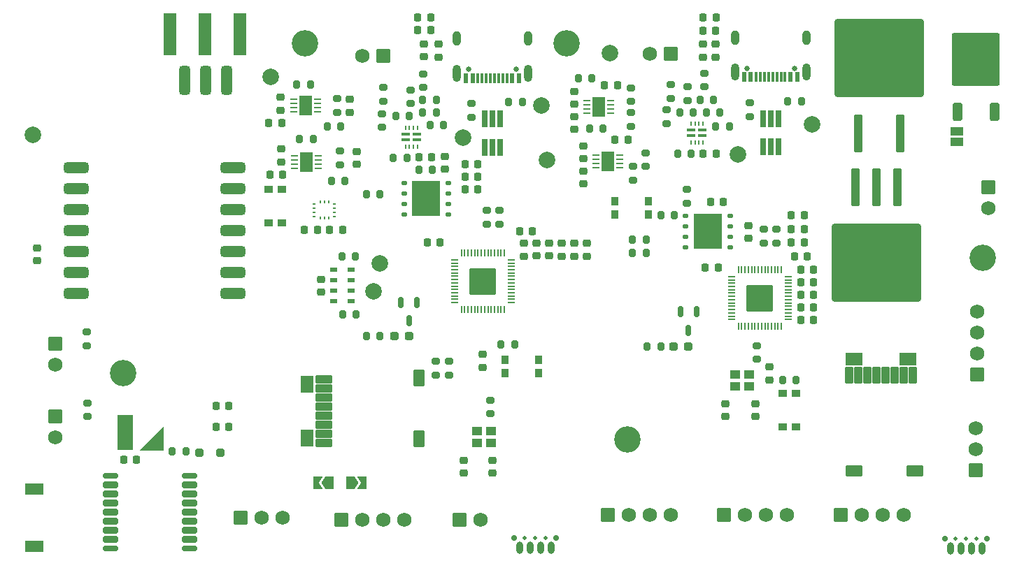
<source format=gbr>
%TF.GenerationSoftware,KiCad,Pcbnew,8.0.0*%
%TF.CreationDate,2024-04-26T21:37:08-04:00*%
%TF.ProjectId,Main board,4d61696e-2062-46f6-9172-642e6b696361,rev?*%
%TF.SameCoordinates,Original*%
%TF.FileFunction,Soldermask,Top*%
%TF.FilePolarity,Negative*%
%FSLAX46Y46*%
G04 Gerber Fmt 4.6, Leading zero omitted, Abs format (unit mm)*
G04 Created by KiCad (PCBNEW 8.0.0) date 2024-04-26 21:37:08*
%MOMM*%
%LPD*%
G01*
G04 APERTURE LIST*
G04 Aperture macros list*
%AMRoundRect*
0 Rectangle with rounded corners*
0 $1 Rounding radius*
0 $2 $3 $4 $5 $6 $7 $8 $9 X,Y pos of 4 corners*
0 Add a 4 corners polygon primitive as box body*
4,1,4,$2,$3,$4,$5,$6,$7,$8,$9,$2,$3,0*
0 Add four circle primitives for the rounded corners*
1,1,$1+$1,$2,$3*
1,1,$1+$1,$4,$5*
1,1,$1+$1,$6,$7*
1,1,$1+$1,$8,$9*
0 Add four rect primitives between the rounded corners*
20,1,$1+$1,$2,$3,$4,$5,0*
20,1,$1+$1,$4,$5,$6,$7,0*
20,1,$1+$1,$6,$7,$8,$9,0*
20,1,$1+$1,$8,$9,$2,$3,0*%
%AMFreePoly0*
4,1,6,1.000000,0.000000,0.500000,-0.750000,-0.500000,-0.750000,-0.500000,0.750000,0.500000,0.750000,1.000000,0.000000,1.000000,0.000000,$1*%
%AMFreePoly1*
4,1,6,0.500000,-0.750000,-0.650000,-0.750000,-0.150000,0.000000,-0.650000,0.750000,0.500000,0.750000,0.500000,-0.750000,0.500000,-0.750000,$1*%
G04 Aperture macros list end*
%ADD10C,0.000100*%
%ADD11RoundRect,0.062500X-0.375000X-0.062500X0.375000X-0.062500X0.375000X0.062500X-0.375000X0.062500X0*%
%ADD12R,1.600000X2.340000*%
%ADD13RoundRect,0.200000X0.275000X-0.200000X0.275000X0.200000X-0.275000X0.200000X-0.275000X-0.200000X0*%
%ADD14RoundRect,0.175000X0.725000X0.175000X-0.725000X0.175000X-0.725000X-0.175000X0.725000X-0.175000X0*%
%ADD15RoundRect,0.200000X0.700000X0.200000X-0.700000X0.200000X-0.700000X-0.200000X0.700000X-0.200000X0*%
%ADD16RoundRect,0.225000X-0.250000X0.225000X-0.250000X-0.225000X0.250000X-0.225000X0.250000X0.225000X0*%
%ADD17RoundRect,0.050000X-0.387500X-0.050000X0.387500X-0.050000X0.387500X0.050000X-0.387500X0.050000X0*%
%ADD18RoundRect,0.050000X-0.050000X-0.387500X0.050000X-0.387500X0.050000X0.387500X-0.050000X0.387500X0*%
%ADD19RoundRect,0.144000X-1.456000X-1.456000X1.456000X-1.456000X1.456000X1.456000X-1.456000X1.456000X0*%
%ADD20C,2.000000*%
%ADD21RoundRect,0.200000X-0.200000X-0.275000X0.200000X-0.275000X0.200000X0.275000X-0.200000X0.275000X0*%
%ADD22RoundRect,0.225000X0.225000X0.250000X-0.225000X0.250000X-0.225000X-0.250000X0.225000X-0.250000X0*%
%ADD23RoundRect,0.225000X0.250000X-0.225000X0.250000X0.225000X-0.250000X0.225000X-0.250000X-0.225000X0*%
%ADD24RoundRect,0.250000X-0.620000X-0.620000X0.620000X-0.620000X0.620000X0.620000X-0.620000X0.620000X0*%
%ADD25C,1.740000*%
%ADD26FreePoly0,180.000000*%
%ADD27FreePoly1,180.000000*%
%ADD28RoundRect,0.225000X-0.225000X-0.250000X0.225000X-0.250000X0.225000X0.250000X-0.225000X0.250000X0*%
%ADD29C,3.200000*%
%ADD30R,0.381000X0.203200*%
%ADD31R,0.203200X0.381000*%
%ADD32RoundRect,0.200000X-0.275000X0.200000X-0.275000X-0.200000X0.275000X-0.200000X0.275000X0.200000X0*%
%ADD33RoundRect,0.200000X0.200000X0.275000X-0.200000X0.275000X-0.200000X-0.275000X0.200000X-0.275000X0*%
%ADD34RoundRect,0.250000X0.620000X0.620000X-0.620000X0.620000X-0.620000X-0.620000X0.620000X-0.620000X0*%
%ADD35R,0.950000X0.550000*%
%ADD36C,0.700000*%
%ADD37C,0.500000*%
%ADD38O,0.800000X1.500000*%
%ADD39C,0.650000*%
%ADD40R,0.600000X1.150000*%
%ADD41R,0.300000X1.150000*%
%ADD42O,1.000000X2.100000*%
%ADD43O,1.000000X1.800000*%
%ADD44FreePoly0,0.000000*%
%ADD45FreePoly1,0.000000*%
%ADD46R,0.650000X2.000000*%
%ADD47RoundRect,0.250000X-0.300000X2.050000X-0.300000X-2.050000X0.300000X-2.050000X0.300000X2.050000X0*%
%ADD48RoundRect,0.250002X-5.149998X4.449998X-5.149998X-4.449998X5.149998X-4.449998X5.149998X4.449998X0*%
%ADD49RoundRect,0.150000X-0.150000X0.512500X-0.150000X-0.512500X0.150000X-0.512500X0.150000X0.512500X0*%
%ADD50RoundRect,0.250000X-0.620000X0.620000X-0.620000X-0.620000X0.620000X-0.620000X0.620000X0.620000X0*%
%ADD51RoundRect,0.322500X-1.177500X-0.322500X1.177500X-0.322500X1.177500X0.322500X-1.177500X0.322500X0*%
%ADD52RoundRect,0.325000X-1.175000X-0.325000X1.175000X-0.325000X1.175000X0.325000X-1.175000X0.325000X0*%
%ADD53RoundRect,0.325000X0.325000X-1.425000X0.325000X1.425000X-0.325000X1.425000X-0.325000X-1.425000X0*%
%ADD54RoundRect,0.237500X0.287500X0.237500X-0.287500X0.237500X-0.287500X-0.237500X0.287500X-0.237500X0*%
%ADD55RoundRect,0.250000X0.350000X-0.850000X0.350000X0.850000X-0.350000X0.850000X-0.350000X-0.850000X0*%
%ADD56RoundRect,0.249997X2.650003X-2.950003X2.650003X2.950003X-2.650003X2.950003X-2.650003X-2.950003X0*%
%ADD57R,1.000000X0.900000*%
%ADD58R,1.500000X5.080000*%
%ADD59RoundRect,0.102000X-0.900000X-0.400000X0.900000X-0.400000X0.900000X0.400000X-0.900000X0.400000X0*%
%ADD60RoundRect,0.102000X-0.700000X-0.900000X0.700000X-0.900000X0.700000X0.900000X-0.700000X0.900000X0*%
%ADD61RoundRect,0.102000X-0.600000X-0.900000X0.600000X-0.900000X0.600000X0.900000X-0.600000X0.900000X0*%
%ADD62R,1.500000X1.000000*%
%ADD63RoundRect,0.125000X-0.250000X-0.125000X0.250000X-0.125000X0.250000X0.125000X-0.250000X0.125000X0*%
%ADD64R,3.400000X4.300000*%
%ADD65R,1.150000X1.000000*%
%ADD66R,1.050000X0.399999*%
%ADD67R,0.200000X0.599999*%
%ADD68RoundRect,0.250000X0.620000X-0.620000X0.620000X0.620000X-0.620000X0.620000X-0.620000X-0.620000X0*%
%ADD69RoundRect,0.250000X0.300000X-2.050000X0.300000X2.050000X-0.300000X2.050000X-0.300000X-2.050000X0*%
%ADD70RoundRect,0.250002X5.149998X-4.449998X5.149998X4.449998X-5.149998X4.449998X-5.149998X-4.449998X0*%
%ADD71R,0.900000X1.000000*%
%ADD72RoundRect,0.250000X-0.250000X-0.250000X0.250000X-0.250000X0.250000X0.250000X-0.250000X0.250000X0*%
%ADD73RoundRect,0.102000X-0.400000X0.900000X-0.400000X-0.900000X0.400000X-0.900000X0.400000X0.900000X0*%
%ADD74RoundRect,0.102000X-0.900000X0.700000X-0.900000X-0.700000X0.900000X-0.700000X0.900000X0.700000X0*%
%ADD75RoundRect,0.102000X-0.900000X0.600000X-0.900000X-0.600000X0.900000X-0.600000X0.900000X0.600000X0*%
%ADD76RoundRect,0.102000X-0.850000X2.050000X-0.850000X-2.050000X0.850000X-2.050000X0.850000X2.050000X0*%
%ADD77R,2.259800X1.362800*%
G04 APERTURE END LIST*
D10*
%TO.C,BT1*%
X74852000Y-106290000D02*
X72052000Y-106290000D01*
X74852000Y-103490000D01*
X74852000Y-106290000D01*
G36*
X74852000Y-106290000D02*
G01*
X72052000Y-106290000D01*
X74852000Y-103490000D01*
X74852000Y-106290000D01*
G37*
%TD*%
D11*
%TO.C,U13*%
X127247500Y-70554999D03*
X127247500Y-71054999D03*
X127247500Y-71554999D03*
X127247500Y-72054999D03*
X130122500Y-72054999D03*
X130122500Y-71554999D03*
X130122500Y-71054999D03*
X130122500Y-70554999D03*
D12*
X128685000Y-71304999D03*
%TD*%
D13*
%TO.C,R17*%
X146685000Y-95313000D03*
X146685000Y-93663000D03*
%TD*%
D14*
%TO.C,U10*%
X78000000Y-118192000D03*
D15*
X78000000Y-117092000D03*
X78000000Y-115992000D03*
X78000000Y-114892000D03*
X78000000Y-113792000D03*
X78000000Y-112692000D03*
X78000000Y-111592000D03*
X78000000Y-110492000D03*
D14*
X78000000Y-109392000D03*
X68500000Y-109392000D03*
D15*
X68500000Y-110492000D03*
X68500000Y-111592000D03*
X68500000Y-112692000D03*
X68500000Y-113792000D03*
X68500000Y-114892000D03*
X68500000Y-115992000D03*
X68500000Y-117092000D03*
D14*
X68500000Y-118192000D03*
%TD*%
D11*
%TO.C,U12*%
X126079500Y-63944999D03*
X126079500Y-64444999D03*
X126079500Y-64944999D03*
X126079500Y-65444999D03*
X128954500Y-65444999D03*
X128954500Y-64944999D03*
X128954500Y-64444999D03*
X128954500Y-63944999D03*
D12*
X127517000Y-64694999D03*
%TD*%
D16*
%TO.C,C46*%
X98250000Y-70113000D03*
X98250000Y-71663000D03*
%TD*%
D17*
%TO.C,U7*%
X143631000Y-85281500D03*
X143631000Y-85681500D03*
X143631000Y-86081500D03*
X143631000Y-86481500D03*
X143631000Y-86881500D03*
X143631000Y-87281500D03*
X143631000Y-87681500D03*
X143631000Y-88081500D03*
X143631000Y-88481500D03*
X143631000Y-88881500D03*
X143631000Y-89281500D03*
X143631000Y-89681500D03*
X143631000Y-90081500D03*
X143631000Y-90481500D03*
D18*
X144468500Y-91319000D03*
X144868500Y-91319000D03*
X145268500Y-91319000D03*
X145668500Y-91319000D03*
X146068500Y-91319000D03*
X146468500Y-91319000D03*
X146868500Y-91319000D03*
X147268500Y-91319000D03*
X147668500Y-91319000D03*
X148068500Y-91319000D03*
X148468500Y-91319000D03*
X148868500Y-91319000D03*
X149268500Y-91319000D03*
X149668500Y-91319000D03*
D17*
X150506000Y-90481500D03*
X150506000Y-90081500D03*
X150506000Y-89681500D03*
X150506000Y-89281500D03*
X150506000Y-88881500D03*
X150506000Y-88481500D03*
X150506000Y-88081500D03*
X150506000Y-87681500D03*
X150506000Y-87281500D03*
X150506000Y-86881500D03*
X150506000Y-86481500D03*
X150506000Y-86081500D03*
X150506000Y-85681500D03*
X150506000Y-85281500D03*
D18*
X149668500Y-84444000D03*
X149268500Y-84444000D03*
X148868500Y-84444000D03*
X148468500Y-84444000D03*
X148068500Y-84444000D03*
X147668500Y-84444000D03*
X147268500Y-84444000D03*
X146868500Y-84444000D03*
X146468500Y-84444000D03*
X146068500Y-84444000D03*
X145668500Y-84444000D03*
X145268500Y-84444000D03*
X144868500Y-84444000D03*
X144468500Y-84444000D03*
D19*
X147068500Y-87881500D03*
%TD*%
D20*
%TO.C,TP5*%
X87884000Y-61087000D03*
%TD*%
D21*
%TO.C,R10*%
X96457000Y-82804000D03*
X98107000Y-82804000D03*
%TD*%
D16*
%TO.C,C49*%
X124587000Y-62852000D03*
X124587000Y-64402000D03*
%TD*%
D22*
%TO.C,C47*%
X89294000Y-72948000D03*
X87744000Y-72948000D03*
%TD*%
D23*
%TO.C,C51*%
X124596000Y-67450000D03*
X124596000Y-65900000D03*
%TD*%
D11*
%TO.C,U5*%
X90637500Y-63816000D03*
X90637500Y-64316000D03*
X90637500Y-64816000D03*
X90637500Y-65316000D03*
X93512500Y-65316000D03*
X93512500Y-64816000D03*
X93512500Y-64316000D03*
X93512500Y-63816000D03*
D12*
X92075000Y-64566000D03*
%TD*%
D24*
%TO.C,J18*%
X84210000Y-114500000D03*
D25*
X86750000Y-114500000D03*
X89290000Y-114500000D03*
%TD*%
D26*
%TO.C,JP4*%
X95000000Y-110250000D03*
D27*
X93550000Y-110250000D03*
%TD*%
D28*
%TO.C,C27*%
X151993000Y-90551000D03*
X153543000Y-90551000D03*
%TD*%
D29*
%TO.C,REF\u002A\u002A*%
X123698000Y-57000000D03*
X123698000Y-57000000D03*
%TD*%
D21*
%TO.C,R59*%
X139808000Y-63881000D03*
X141458000Y-63881000D03*
%TD*%
D28*
%TO.C,C31*%
X152021000Y-84455000D03*
X153571000Y-84455000D03*
%TD*%
D30*
%TO.C,U4*%
X93135000Y-76477999D03*
X93135000Y-76978000D03*
X93135000Y-77478000D03*
X93135000Y-77978001D03*
D31*
X93841501Y-78180500D03*
X94341500Y-78180500D03*
X94841499Y-78180500D03*
D30*
X95548000Y-77978001D03*
X95548000Y-77478000D03*
X95548000Y-76978000D03*
X95548000Y-76477999D03*
D31*
X94841499Y-76275500D03*
X94341500Y-76275500D03*
X93841501Y-76275500D03*
%TD*%
D32*
%TO.C,R13*%
X109474000Y-95568000D03*
X109474000Y-97218000D03*
%TD*%
D28*
%TO.C,C5*%
X111353000Y-74676000D03*
X112903000Y-74676000D03*
%TD*%
D33*
%TO.C,R52*%
X108775000Y-66929000D03*
X107125000Y-66929000D03*
%TD*%
D28*
%TO.C,C24*%
X150863000Y-77851000D03*
X152413000Y-77851000D03*
%TD*%
D13*
%TO.C,R55*%
X135763000Y-66738000D03*
X135763000Y-65088000D03*
%TD*%
D34*
%TO.C,J16*%
X136259500Y-58293000D03*
D25*
X133719500Y-58293000D03*
%TD*%
D21*
%TO.C,R8*%
X116648000Y-64135000D03*
X118298000Y-64135000D03*
%TD*%
D23*
%TO.C,C7*%
X121539000Y-82776000D03*
X121539000Y-81226000D03*
%TD*%
D35*
%TO.C,U3*%
X95445000Y-84475000D03*
X95445000Y-85725000D03*
X95445000Y-86975000D03*
X95445000Y-88225000D03*
X97595000Y-88225000D03*
X97595000Y-86975000D03*
X97595000Y-85725000D03*
X97595000Y-84475000D03*
%TD*%
D16*
%TO.C,C19*%
X89027000Y-63565000D03*
X89027000Y-65115000D03*
%TD*%
D24*
%TO.C,J5*%
X156845000Y-114185000D03*
D25*
X159385000Y-114185000D03*
X161925000Y-114185000D03*
X164465000Y-114185000D03*
%TD*%
D29*
%TO.C,REF\u002A\u002A*%
X92000000Y-57000000D03*
X92000000Y-57000000D03*
%TD*%
D17*
%TO.C,U1*%
X110105500Y-83247000D03*
X110105500Y-83647000D03*
X110105500Y-84047000D03*
X110105500Y-84447000D03*
X110105500Y-84847000D03*
X110105500Y-85247000D03*
X110105500Y-85647000D03*
X110105500Y-86047000D03*
X110105500Y-86447000D03*
X110105500Y-86847000D03*
X110105500Y-87247000D03*
X110105500Y-87647000D03*
X110105500Y-88047000D03*
X110105500Y-88447000D03*
D18*
X110943000Y-89284500D03*
X111343000Y-89284500D03*
X111743000Y-89284500D03*
X112143000Y-89284500D03*
X112543000Y-89284500D03*
X112943000Y-89284500D03*
X113343000Y-89284500D03*
X113743000Y-89284500D03*
X114143000Y-89284500D03*
X114543000Y-89284500D03*
X114943000Y-89284500D03*
X115343000Y-89284500D03*
X115743000Y-89284500D03*
X116143000Y-89284500D03*
D17*
X116980500Y-88447000D03*
X116980500Y-88047000D03*
X116980500Y-87647000D03*
X116980500Y-87247000D03*
X116980500Y-86847000D03*
X116980500Y-86447000D03*
X116980500Y-86047000D03*
X116980500Y-85647000D03*
X116980500Y-85247000D03*
X116980500Y-84847000D03*
X116980500Y-84447000D03*
X116980500Y-84047000D03*
X116980500Y-83647000D03*
X116980500Y-83247000D03*
D18*
X116143000Y-82409500D03*
X115743000Y-82409500D03*
X115343000Y-82409500D03*
X114943000Y-82409500D03*
X114543000Y-82409500D03*
X114143000Y-82409500D03*
X113743000Y-82409500D03*
X113343000Y-82409500D03*
X112943000Y-82409500D03*
X112543000Y-82409500D03*
X112143000Y-82409500D03*
X111743000Y-82409500D03*
X111343000Y-82409500D03*
X110943000Y-82409500D03*
D19*
X113543000Y-85847000D03*
%TD*%
D21*
%TO.C,R53*%
X106236000Y-65405000D03*
X107886000Y-65405000D03*
%TD*%
D13*
%TO.C,R37*%
X95885000Y-65391000D03*
X95885000Y-63741000D03*
%TD*%
D22*
%TO.C,C55*%
X107353400Y-70815200D03*
X105803400Y-70815200D03*
%TD*%
D36*
%TO.C,J1*%
X117348000Y-116967000D03*
D37*
X118618000Y-116967000D03*
X119888000Y-116967000D03*
X121158000Y-116967000D03*
D36*
X122428000Y-116967000D03*
D38*
X121793000Y-118122000D03*
X120523000Y-118122000D03*
X119253000Y-118122000D03*
X117983000Y-118122000D03*
%TD*%
D32*
%TO.C,R56*%
X136271000Y-62040000D03*
X136271000Y-63690000D03*
%TD*%
D16*
%TO.C,C16*%
X93921000Y-85593000D03*
X93921000Y-87143000D03*
%TD*%
D39*
%TO.C,J12*%
X151258000Y-60028999D03*
X145478000Y-60028999D03*
D40*
X151568000Y-61103999D03*
X150768000Y-61103999D03*
D41*
X149618000Y-61103999D03*
X148618000Y-61103999D03*
X148118000Y-61103999D03*
X147118000Y-61103999D03*
D40*
X145968000Y-61103999D03*
X145168000Y-61103999D03*
X145168000Y-61103999D03*
X145968000Y-61103999D03*
D41*
X146618000Y-61103999D03*
X147618000Y-61103999D03*
X149118000Y-61103999D03*
X150118000Y-61103999D03*
D40*
X150768000Y-61103999D03*
X151568000Y-61103999D03*
D42*
X152688000Y-60528999D03*
D43*
X152688000Y-56348999D03*
D42*
X144048000Y-60528999D03*
D43*
X144048000Y-56348999D03*
%TD*%
D44*
%TO.C,JP3*%
X97500000Y-110250000D03*
D45*
X98950000Y-110250000D03*
%TD*%
D22*
%TO.C,C29*%
X141999000Y-84201000D03*
X140449000Y-84201000D03*
%TD*%
%TO.C,C48*%
X89167000Y-66675000D03*
X87617000Y-66675000D03*
%TD*%
D46*
%TO.C,D5*%
X147418000Y-69547999D03*
X148368000Y-69547999D03*
X149318000Y-69547999D03*
X149318000Y-66127999D03*
X148368000Y-66127999D03*
X147418000Y-66127999D03*
%TD*%
D32*
%TO.C,R9*%
X112141000Y-64326000D03*
X112141000Y-65976000D03*
%TD*%
D21*
%TO.C,R15*%
X131636000Y-80772000D03*
X133286000Y-80772000D03*
%TD*%
D23*
%TO.C,C52*%
X125730000Y-74054000D03*
X125730000Y-72504000D03*
%TD*%
D47*
%TO.C,LM1084-ADJ1*%
X163703000Y-74422000D03*
X161163000Y-74422000D03*
D48*
X161163000Y-83572000D03*
D47*
X158623000Y-74422000D03*
%TD*%
D49*
%TO.C,Q1*%
X105532000Y-88392000D03*
X103632000Y-88392000D03*
X104582000Y-90667000D03*
%TD*%
D28*
%TO.C,C11*%
X117970000Y-79756000D03*
X119520000Y-79756000D03*
%TD*%
D20*
%TO.C,TP2*%
X111125000Y-68453000D03*
%TD*%
D23*
%TO.C,C41*%
X140208000Y-58687000D03*
X140208000Y-57137000D03*
%TD*%
D21*
%TO.C,R7*%
X99425000Y-92500000D03*
X101075000Y-92500000D03*
%TD*%
D32*
%TO.C,R22*%
X138212500Y-74740000D03*
X138212500Y-76390000D03*
%TD*%
D22*
%TO.C,C57*%
X71625000Y-107442000D03*
X70075000Y-107442000D03*
%TD*%
D50*
%TO.C,J6*%
X61750000Y-93460000D03*
D25*
X61750000Y-96000000D03*
%TD*%
D20*
%TO.C,TP8*%
X128905000Y-58166000D03*
%TD*%
D51*
%TO.C,U6*%
X64312000Y-72073000D03*
D52*
X64312000Y-74618000D03*
X64312000Y-77158000D03*
X64312000Y-79698000D03*
X64312000Y-82238000D03*
X64312000Y-84778000D03*
X64312000Y-87318000D03*
X83312000Y-87318000D03*
X83312000Y-84778000D03*
X83312000Y-82238000D03*
X83312000Y-79698000D03*
X83312000Y-77158000D03*
X83312000Y-74618000D03*
D51*
X83312000Y-72073000D03*
D53*
X82482000Y-61468000D03*
X79942000Y-61468000D03*
X77402000Y-61468000D03*
%TD*%
D13*
%TO.C,R40*%
X131445000Y-67084999D03*
X131445000Y-65434999D03*
%TD*%
D54*
%TO.C,D1*%
X104580000Y-92500000D03*
X102830000Y-92500000D03*
%TD*%
D32*
%TO.C,R54*%
X138303000Y-62294000D03*
X138303000Y-63944000D03*
%TD*%
D28*
%TO.C,C3*%
X111353000Y-71628000D03*
X112903000Y-71628000D03*
%TD*%
D33*
%TO.C,R6*%
X107417000Y-72322000D03*
X105767000Y-72322000D03*
%TD*%
D21*
%TO.C,R33*%
X91358000Y-68630000D03*
X93008000Y-68630000D03*
%TD*%
D23*
%TO.C,C13*%
X108966000Y-72263000D03*
X108966000Y-70713000D03*
%TD*%
%TO.C,C22*%
X142875000Y-102261000D03*
X142875000Y-100711000D03*
%TD*%
D55*
%TO.C,MOSFET2*%
X170954000Y-65278000D03*
D56*
X173234000Y-58978000D03*
D55*
X175514000Y-65278000D03*
%TD*%
D33*
%TO.C,R49*%
X104330000Y-70866000D03*
X102680000Y-70866000D03*
%TD*%
D23*
%TO.C,C9*%
X124587000Y-82804000D03*
X124587000Y-81254000D03*
%TD*%
D13*
%TO.C,R1*%
X114427000Y-101917000D03*
X114427000Y-100267000D03*
%TD*%
D20*
%TO.C,TP7*%
X121285000Y-71120000D03*
%TD*%
D32*
%TO.C,R60*%
X140335000Y-60643000D03*
X140335000Y-62293000D03*
%TD*%
D28*
%TO.C,C32*%
X151257000Y-82804000D03*
X152807000Y-82804000D03*
%TD*%
D57*
%TO.C,B3*%
X151422000Y-99423000D03*
X151422000Y-103523000D03*
X149822000Y-99423000D03*
X149822000Y-103523000D03*
%TD*%
D16*
%TO.C,C45*%
X97409000Y-63819000D03*
X97409000Y-65369000D03*
%TD*%
%TO.C,C30*%
X148209000Y-96253000D03*
X148209000Y-97803000D03*
%TD*%
D21*
%TO.C,R38*%
X125095000Y-61214000D03*
X126745000Y-61214000D03*
%TD*%
D33*
%TO.C,R57*%
X138747000Y-70374999D03*
X137097000Y-70374999D03*
%TD*%
D20*
%TO.C,TP1*%
X120650000Y-64516000D03*
%TD*%
D13*
%TO.C,R3*%
X114046000Y-78930000D03*
X114046000Y-77280000D03*
%TD*%
D29*
%TO.C,REF\u002A\u002A*%
X131000000Y-105000000D03*
X131000000Y-105000000D03*
%TD*%
D20*
%TO.C,TP6*%
X59035500Y-68107500D03*
%TD*%
D34*
%TO.C,J14*%
X101473000Y-58547000D03*
D25*
X98933000Y-58547000D03*
%TD*%
D58*
%TO.C,J8*%
X79883000Y-55908500D03*
X75633000Y-55908500D03*
X84133000Y-55908500D03*
%TD*%
D20*
%TO.C,TP4*%
X144399000Y-70485000D03*
%TD*%
D28*
%TO.C,C43*%
X140195000Y-53848000D03*
X141745000Y-53848000D03*
%TD*%
D22*
%TO.C,C14*%
X108344000Y-81153000D03*
X106794000Y-81153000D03*
%TD*%
D28*
%TO.C,C40*%
X105651000Y-55372000D03*
X107201000Y-55372000D03*
%TD*%
D22*
%TO.C,C54*%
X131077000Y-68707000D03*
X129527000Y-68707000D03*
%TD*%
D32*
%TO.C,R44*%
X65687000Y-100621000D03*
X65687000Y-102271000D03*
%TD*%
D36*
%TO.C,J9*%
X169494200Y-117056600D03*
D37*
X170764200Y-117056600D03*
X172034200Y-117056600D03*
X173304200Y-117056600D03*
D36*
X174574200Y-117056600D03*
D38*
X173939200Y-118211600D03*
X172669200Y-118211600D03*
X171399200Y-118211600D03*
X170129200Y-118211600D03*
%TD*%
D23*
%TO.C,C21*%
X59568500Y-83338500D03*
X59568500Y-81788500D03*
%TD*%
D29*
%TO.C,REF\u002A\u002A*%
X70000000Y-97000000D03*
X70000000Y-97000000D03*
%TD*%
D32*
%TO.C,R31*%
X145828000Y-64220999D03*
X145828000Y-65870999D03*
%TD*%
%TO.C,R63*%
X65560000Y-92002000D03*
X65560000Y-93652000D03*
%TD*%
D33*
%TO.C,R58*%
X139001000Y-65421999D03*
X137351000Y-65421999D03*
%TD*%
D59*
%TO.C,J19*%
X94250000Y-105450000D03*
X94250000Y-104350000D03*
X94250000Y-103250000D03*
X94250000Y-102150000D03*
X94250000Y-101050000D03*
X94250000Y-99950000D03*
X94250000Y-98850000D03*
X94250000Y-97750000D03*
D60*
X92250000Y-98350000D03*
X92250000Y-104850000D03*
D61*
X105800000Y-97550000D03*
X105800000Y-104900000D03*
%TD*%
D62*
%TO.C,JP2*%
X170942000Y-68976000D03*
X170942000Y-67676000D03*
%TD*%
D20*
%TO.C,TP9*%
X100330000Y-87082000D03*
%TD*%
D39*
%TO.C,J2*%
X117571000Y-60136000D03*
X111791000Y-60136000D03*
D40*
X117881000Y-61211000D03*
X117081000Y-61211000D03*
D41*
X115931000Y-61211000D03*
X114931000Y-61211000D03*
X114431000Y-61211000D03*
X113431000Y-61211000D03*
D40*
X112281000Y-61211000D03*
X111481000Y-61211000D03*
X111481000Y-61211000D03*
X112281000Y-61211000D03*
D41*
X112931000Y-61211000D03*
X113931000Y-61211000D03*
X115431000Y-61211000D03*
X116431000Y-61211000D03*
D40*
X117081000Y-61211000D03*
X117881000Y-61211000D03*
D42*
X119001000Y-60636000D03*
D43*
X119001000Y-56456000D03*
D42*
X110361000Y-60636000D03*
D43*
X110361000Y-56456000D03*
%TD*%
D32*
%TO.C,R47*%
X104775000Y-62675000D03*
X104775000Y-64325000D03*
%TD*%
D23*
%TO.C,C10*%
X118491000Y-82805000D03*
X118491000Y-81255000D03*
%TD*%
D63*
%TO.C,U8*%
X138052500Y-77916500D03*
X138052500Y-79186500D03*
X138052500Y-80456500D03*
X138052500Y-81726500D03*
X143452500Y-81726500D03*
X143452500Y-80456500D03*
X143452500Y-79186500D03*
X143452500Y-77916500D03*
D64*
X140752500Y-79821500D03*
%TD*%
D32*
%TO.C,R50*%
X106299000Y-60707000D03*
X106299000Y-62357000D03*
%TD*%
D28*
%TO.C,C17*%
X94983000Y-79629000D03*
X96533000Y-79629000D03*
%TD*%
D22*
%TO.C,C58*%
X82800000Y-103500000D03*
X81250000Y-103500000D03*
%TD*%
D13*
%TO.C,R43*%
X131445000Y-64071000D03*
X131445000Y-62421000D03*
%TD*%
D28*
%TO.C,C35*%
X151993000Y-87503000D03*
X153543000Y-87503000D03*
%TD*%
D57*
%TO.C,B2*%
X87630000Y-78776000D03*
X87630000Y-74676000D03*
X89230000Y-78776000D03*
X89230000Y-74676000D03*
%TD*%
D23*
%TO.C,C38*%
X108174000Y-58674000D03*
X108174000Y-57124000D03*
%TD*%
D65*
%TO.C,Y1*%
X145796000Y-97152000D03*
X144046000Y-97152000D03*
X144046000Y-98552000D03*
X145796000Y-98552000D03*
%TD*%
D13*
%TO.C,R19*%
X147574000Y-81211500D03*
X147574000Y-79561500D03*
%TD*%
D28*
%TO.C,C36*%
X151993000Y-89027000D03*
X153543000Y-89027000D03*
%TD*%
D66*
%TO.C,U14*%
X105577000Y-68707000D03*
X105577000Y-68007001D03*
D67*
X105652001Y-67232002D03*
X105152000Y-67232002D03*
X104652000Y-67232002D03*
X104151999Y-67232002D03*
D66*
X104227000Y-68007001D03*
X104227000Y-68707000D03*
D67*
X104151999Y-69532000D03*
X104652000Y-69532000D03*
X105152000Y-69532000D03*
X105652001Y-69532000D03*
%TD*%
D33*
%TO.C,R36*%
X96329000Y-67056000D03*
X94679000Y-67056000D03*
%TD*%
D68*
%TO.C,J10*%
X173228000Y-108712000D03*
D25*
X173228000Y-106172000D03*
X173228000Y-103632000D03*
%TD*%
D33*
%TO.C,R2*%
X117395000Y-93510000D03*
X115745000Y-93510000D03*
%TD*%
D50*
%TO.C,J11*%
X174740000Y-74422000D03*
D25*
X174740000Y-76962000D03*
%TD*%
D69*
%TO.C,0.3_Ohm_Resistor1*%
X159004000Y-67939000D03*
X164084000Y-67939000D03*
D70*
X161544000Y-58789000D03*
%TD*%
D20*
%TO.C,TP10*%
X101092000Y-83653000D03*
%TD*%
D13*
%TO.C,R46*%
X101346000Y-67183000D03*
X101346000Y-65533000D03*
%TD*%
D32*
%TO.C,R48*%
X101473000Y-62357000D03*
X101473000Y-64007000D03*
%TD*%
D23*
%TO.C,C37*%
X106426000Y-58661000D03*
X106426000Y-57111000D03*
%TD*%
D21*
%TO.C,R51*%
X106236000Y-63881000D03*
X107886000Y-63881000D03*
%TD*%
D13*
%TO.C,R42*%
X133223000Y-71945000D03*
X133223000Y-70295000D03*
%TD*%
D23*
%TO.C,C23*%
X146558000Y-102261000D03*
X146558000Y-100711000D03*
%TD*%
D11*
%TO.C,U11*%
X90745500Y-70674000D03*
X90745500Y-71174000D03*
X90745500Y-71674000D03*
X90745500Y-72174000D03*
X93620500Y-72174000D03*
X93620500Y-71674000D03*
X93620500Y-71174000D03*
X93620500Y-70674000D03*
D12*
X92183000Y-71424000D03*
%TD*%
D24*
%TO.C,J15*%
X96420000Y-114750000D03*
D25*
X98960000Y-114750000D03*
X101500000Y-114750000D03*
X104040000Y-114750000D03*
%TD*%
D50*
%TO.C,J7*%
X61750000Y-102210000D03*
D25*
X61750000Y-104750000D03*
%TD*%
D71*
%TO.C,B4*%
X129501500Y-76121500D03*
X133601500Y-76121500D03*
X129501500Y-77721500D03*
X133601500Y-77721500D03*
%TD*%
D72*
%TO.C,D3*%
X79252000Y-106592462D03*
X81752000Y-106592462D03*
%TD*%
D63*
%TO.C,U2*%
X103980000Y-73914000D03*
X103980000Y-75184000D03*
X103980000Y-76454000D03*
X103980000Y-77724000D03*
X109380000Y-77724000D03*
X109380000Y-76454000D03*
X109380000Y-75184000D03*
X109380000Y-73914000D03*
D64*
X106680000Y-75819000D03*
%TD*%
D21*
%TO.C,R21*%
X135060500Y-77848500D03*
X136710500Y-77848500D03*
%TD*%
%TO.C,R5*%
X99442000Y-75329000D03*
X101092000Y-75329000D03*
%TD*%
D46*
%TO.C,D2*%
X113731000Y-69596000D03*
X114681000Y-69596000D03*
X115631000Y-69596000D03*
X115631000Y-66176000D03*
X114681000Y-66176000D03*
X113731000Y-66176000D03*
%TD*%
D23*
%TO.C,C12*%
X126111000Y-82804000D03*
X126111000Y-81254000D03*
%TD*%
D21*
%TO.C,R16*%
X131636000Y-82423000D03*
X133286000Y-82423000D03*
%TD*%
D28*
%TO.C,C4*%
X111353000Y-73152000D03*
X112903000Y-73152000D03*
%TD*%
%TO.C,C44*%
X140182000Y-55499000D03*
X141732000Y-55499000D03*
%TD*%
D73*
%TO.C,J20*%
X157900000Y-97250000D03*
X159000000Y-97250000D03*
X160100000Y-97250000D03*
X161200000Y-97250000D03*
X162300000Y-97250000D03*
X163400000Y-97250000D03*
X164500000Y-97250000D03*
X165600000Y-97250000D03*
D74*
X165000000Y-95250000D03*
X158500000Y-95250000D03*
D75*
X165800000Y-108800000D03*
X158450000Y-108800000D03*
%TD*%
D24*
%TO.C,J13*%
X110710000Y-114750000D03*
D25*
X113250000Y-114750000D03*
%TD*%
D54*
%TO.C,D4*%
X138375000Y-93750000D03*
X136625000Y-93750000D03*
%TD*%
D23*
%TO.C,C42*%
X141732000Y-58687000D03*
X141732000Y-57137000D03*
%TD*%
D21*
%TO.C,R11*%
X96527000Y-89896000D03*
X98177000Y-89896000D03*
%TD*%
D49*
%TO.C,Q2*%
X139377500Y-89524500D03*
X137477500Y-89524500D03*
X138427500Y-91799500D03*
%TD*%
D29*
%TO.C,REF\u002A\u002A*%
X174000000Y-83000000D03*
X174000000Y-83000000D03*
%TD*%
D28*
%TO.C,C39*%
X105651000Y-53848000D03*
X107201000Y-53848000D03*
%TD*%
D76*
%TO.C,BT1*%
X70202000Y-104140000D03*
%TD*%
D22*
%TO.C,C59*%
X82800000Y-100990000D03*
X81250000Y-100990000D03*
%TD*%
D24*
%TO.C,J4*%
X142748000Y-114185000D03*
D25*
X145288000Y-114185000D03*
X147828000Y-114185000D03*
X150368000Y-114185000D03*
%TD*%
D21*
%TO.C,R32*%
X90994000Y-62026000D03*
X92644000Y-62026000D03*
%TD*%
D32*
%TO.C,R41*%
X131699000Y-71946000D03*
X131699000Y-73596000D03*
%TD*%
D33*
%TO.C,R18*%
X151447000Y-97790000D03*
X149797000Y-97790000D03*
%TD*%
D23*
%TO.C,C2*%
X114681000Y-109119000D03*
X114681000Y-107569000D03*
%TD*%
%TO.C,C8*%
X123063000Y-82804000D03*
X123063000Y-81254000D03*
%TD*%
D28*
%TO.C,C25*%
X150863000Y-81153000D03*
X152413000Y-81153000D03*
%TD*%
D65*
%TO.C,Y2*%
X114554000Y-104010000D03*
X112804000Y-104010000D03*
X112804000Y-105410000D03*
X114554000Y-105410000D03*
%TD*%
D21*
%TO.C,R61*%
X140589000Y-65405000D03*
X142239000Y-65405000D03*
%TD*%
D68*
%TO.C,J17*%
X173380400Y-97180400D03*
D25*
X173380400Y-94640400D03*
X173380400Y-92100400D03*
X173380400Y-89560400D03*
%TD*%
D66*
%TO.C,U15*%
X140125000Y-68215999D03*
X140125000Y-67516000D03*
D67*
X140200001Y-66741001D03*
X139700000Y-66741001D03*
X139200000Y-66741001D03*
X138699999Y-66741001D03*
D66*
X138775000Y-67516000D03*
X138775000Y-68215999D03*
D67*
X138699999Y-69040999D03*
X139200000Y-69040999D03*
X139700000Y-69040999D03*
X140200001Y-69040999D03*
%TD*%
D32*
%TO.C,R14*%
X107823000Y-95568000D03*
X107823000Y-97218000D03*
%TD*%
D22*
%TO.C,C34*%
X142642500Y-76200000D03*
X141092500Y-76200000D03*
%TD*%
D23*
%TO.C,C28*%
X145669000Y-80658000D03*
X145669000Y-79108000D03*
%TD*%
D33*
%TO.C,R45*%
X104647000Y-65842002D03*
X102997000Y-65842002D03*
%TD*%
D77*
%TO.C,AE1*%
X59250000Y-111037299D03*
X59250000Y-117962701D03*
%TD*%
D16*
%TO.C,C15*%
X113538000Y-94729000D03*
X113538000Y-96279000D03*
%TD*%
D21*
%TO.C,R39*%
X126429000Y-67310000D03*
X128079000Y-67310000D03*
%TD*%
D71*
%TO.C,B1*%
X120287000Y-96939000D03*
X116187000Y-96939000D03*
X120287000Y-95339000D03*
X116187000Y-95339000D03*
%TD*%
D28*
%TO.C,C18*%
X91935000Y-79629000D03*
X93485000Y-79629000D03*
%TD*%
D24*
%TO.C,J3*%
X128651000Y-114173000D03*
D25*
X131191000Y-114173000D03*
X133731000Y-114173000D03*
X136271000Y-114173000D03*
%TD*%
D23*
%TO.C,C1*%
X111252000Y-109119000D03*
X111252000Y-107569000D03*
%TD*%
%TO.C,C6*%
X120015000Y-82791000D03*
X120015000Y-81241000D03*
%TD*%
D20*
%TO.C,TP3*%
X153416000Y-66802000D03*
%TD*%
D33*
%TO.C,R34*%
X96837000Y-73660000D03*
X95187000Y-73660000D03*
%TD*%
D21*
%TO.C,R23*%
X133425000Y-93750000D03*
X135075000Y-93750000D03*
%TD*%
D22*
%TO.C,C53*%
X129807000Y-62103000D03*
X128257000Y-62103000D03*
%TD*%
D28*
%TO.C,C26*%
X150863000Y-79502000D03*
X152413000Y-79502000D03*
%TD*%
D33*
%TO.C,R62*%
X143382000Y-67056000D03*
X141732000Y-67056000D03*
%TD*%
D13*
%TO.C,R20*%
X149098000Y-81211500D03*
X149098000Y-79561500D03*
%TD*%
D28*
%TO.C,C33*%
X152021000Y-85979000D03*
X153571000Y-85979000D03*
%TD*%
D21*
%TO.C,R30*%
X150432000Y-64008000D03*
X152082000Y-64008000D03*
%TD*%
D13*
%TO.C,R4*%
X115570000Y-78930000D03*
X115570000Y-77280000D03*
%TD*%
%TO.C,R35*%
X96247000Y-71739000D03*
X96247000Y-70089000D03*
%TD*%
D16*
%TO.C,C20*%
X89154000Y-69837000D03*
X89154000Y-71387000D03*
%TD*%
%TO.C,C50*%
X125730000Y-69469000D03*
X125730000Y-71019000D03*
%TD*%
D33*
%TO.C,R12*%
X77580000Y-106479000D03*
X75930000Y-106479000D03*
%TD*%
D22*
%TO.C,C56*%
X141745000Y-70358000D03*
X140195000Y-70358000D03*
%TD*%
M02*

</source>
